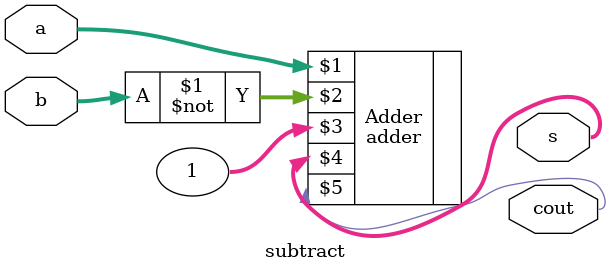
<source format=sv>
module subtract #(parameter N=4)
					(input logic[N-1:0] a, b,
					output logic[N-1:0] s,
					output logic cout);
	adder #(N) Adder(a, ~b, 1, s, cout);
endmodule
</source>
